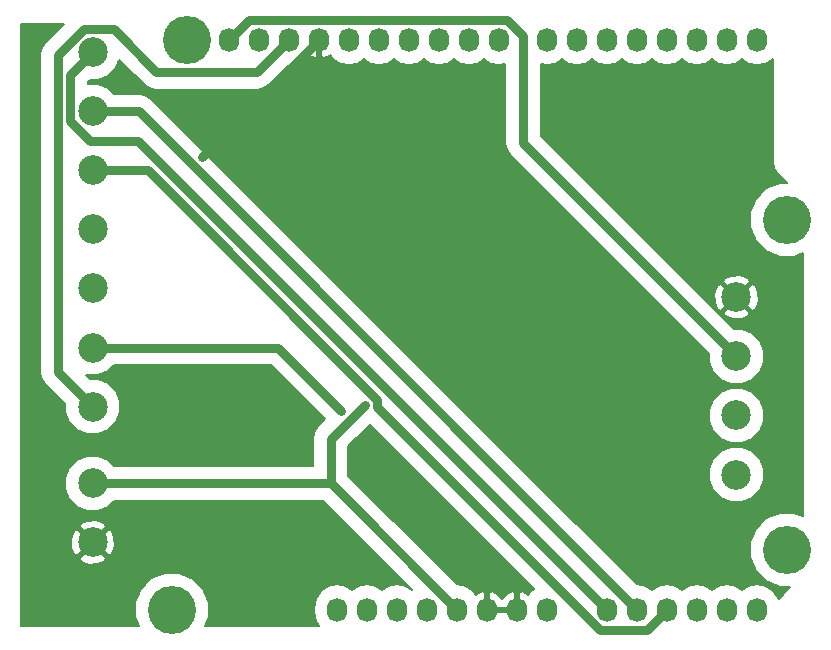
<source format=gbr>
G04 #@! TF.FileFunction,Copper,L2,Bot,Signal*
%FSLAX46Y46*%
G04 Gerber Fmt 4.6, Leading zero omitted, Abs format (unit mm)*
G04 Created by KiCad (PCBNEW 4.0.4-stable) date 04/08/17 18:27:17*
%MOMM*%
%LPD*%
G01*
G04 APERTURE LIST*
%ADD10C,0.100000*%
%ADD11O,1.727200X2.032000*%
%ADD12C,4.064000*%
%ADD13C,2.500000*%
%ADD14C,0.600000*%
%ADD15C,0.800000*%
%ADD16C,0.200000*%
G04 APERTURE END LIST*
D10*
D11*
X138938000Y-123825000D03*
X141478000Y-123825000D03*
X144018000Y-123825000D03*
X146558000Y-123825000D03*
X149098000Y-123825000D03*
X151638000Y-123825000D03*
X154178000Y-123825000D03*
X156718000Y-123825000D03*
X161798000Y-123825000D03*
X164338000Y-123825000D03*
X166878000Y-123825000D03*
X169418000Y-123825000D03*
X171958000Y-123825000D03*
X174498000Y-123825000D03*
X129794000Y-75565000D03*
X132334000Y-75565000D03*
X134874000Y-75565000D03*
X137414000Y-75565000D03*
X139954000Y-75565000D03*
X142494000Y-75565000D03*
X145034000Y-75565000D03*
X147574000Y-75565000D03*
X150114000Y-75565000D03*
X152654000Y-75565000D03*
X156718000Y-75565000D03*
X159258000Y-75565000D03*
X161798000Y-75565000D03*
X164338000Y-75565000D03*
X166878000Y-75565000D03*
X169418000Y-75565000D03*
X171958000Y-75565000D03*
X174498000Y-75565000D03*
D12*
X124968000Y-123825000D03*
X177038000Y-118745000D03*
X126238000Y-75565000D03*
X177038000Y-90805000D03*
D13*
X172748000Y-97365000D03*
X172748000Y-102365000D03*
X172748000Y-112365000D03*
X172748000Y-107365000D03*
X118248000Y-106615000D03*
X118248000Y-101615000D03*
X118248000Y-96615000D03*
X118248000Y-91615000D03*
X118248000Y-86615000D03*
X118248000Y-76615000D03*
X118248000Y-81615000D03*
X118248000Y-113115000D03*
X118248000Y-118115000D03*
D14*
X141266200Y-106461200D03*
X127488700Y-85490300D03*
X139282500Y-106959500D03*
D15*
X138388000Y-109339400D02*
X138388000Y-113115000D01*
X141266200Y-106461200D02*
X138388000Y-109339400D01*
X118248000Y-113115000D02*
X138388000Y-113115000D01*
X138388000Y-113115000D02*
X149098000Y-123825000D01*
X137414000Y-75565000D02*
X127488700Y-85490300D01*
X116343200Y-78519800D02*
X118248000Y-76615000D01*
X116343200Y-82419900D02*
X116343200Y-78519800D01*
X118038300Y-84115000D02*
X116343200Y-82419900D01*
X122088000Y-84115000D02*
X118038300Y-84115000D01*
X161798000Y-123825000D02*
X122088000Y-84115000D01*
X122128000Y-81615000D02*
X164338000Y-123825000D01*
X118248000Y-81615000D02*
X122128000Y-81615000D01*
X122905400Y-86615000D02*
X118248000Y-86615000D01*
X142316500Y-106026100D02*
X122905400Y-86615000D01*
X142316500Y-106636900D02*
X142316500Y-106026100D01*
X161191800Y-125512200D02*
X142316500Y-106636900D01*
X165190800Y-125512200D02*
X161191800Y-125512200D01*
X166878000Y-123825000D02*
X165190800Y-125512200D01*
X133938000Y-101615000D02*
X139282500Y-106959500D01*
X118248000Y-101615000D02*
X133938000Y-101615000D01*
X131481200Y-73877800D02*
X129794000Y-75565000D01*
X153283400Y-73877800D02*
X131481200Y-73877800D01*
X154686000Y-75280400D02*
X153283400Y-73877800D01*
X154686000Y-84303000D02*
X154686000Y-75280400D01*
X172748000Y-102365000D02*
X154686000Y-84303000D01*
X132156400Y-78282600D02*
X134874000Y-75565000D01*
X123615300Y-78282600D02*
X132156400Y-78282600D01*
X120018200Y-74685500D02*
X123615300Y-78282600D01*
X117484800Y-74685500D02*
X120018200Y-74685500D01*
X115292800Y-76877500D02*
X117484800Y-74685500D01*
X115292800Y-103659800D02*
X115292800Y-76877500D01*
X118248000Y-106615000D02*
X115292800Y-103659800D01*
D16*
G36*
X114232140Y-75816840D02*
X113906981Y-76303475D01*
X113792800Y-76877500D01*
X113792800Y-103659800D01*
X113906981Y-104233825D01*
X114232140Y-104720460D01*
X115898199Y-106386519D01*
X115897593Y-107080393D01*
X116254605Y-107944429D01*
X116915094Y-108606071D01*
X117778505Y-108964591D01*
X118713393Y-108965407D01*
X119577429Y-108608395D01*
X120239071Y-107947906D01*
X120597591Y-107084495D01*
X120598407Y-106149607D01*
X120241395Y-105285571D01*
X119580906Y-104623929D01*
X118717495Y-104265409D01*
X118019119Y-104264799D01*
X117676594Y-103922274D01*
X117778505Y-103964591D01*
X118713393Y-103965407D01*
X119577429Y-103608395D01*
X120071685Y-103115000D01*
X133316680Y-103115000D01*
X137903880Y-107702200D01*
X137327340Y-108278740D01*
X137002181Y-108765375D01*
X136888000Y-109339400D01*
X136888000Y-111615000D01*
X120071121Y-111615000D01*
X119580906Y-111123929D01*
X118717495Y-110765409D01*
X117782607Y-110764593D01*
X116918571Y-111121605D01*
X116256929Y-111782094D01*
X115898409Y-112645505D01*
X115897593Y-113580393D01*
X116254605Y-114444429D01*
X116915094Y-115106071D01*
X117778505Y-115464591D01*
X118713393Y-115465407D01*
X119577429Y-115108395D01*
X120071685Y-114615000D01*
X137766680Y-114615000D01*
X145304298Y-122152618D01*
X145288000Y-122163508D01*
X144769437Y-121817015D01*
X144018000Y-121667545D01*
X143266563Y-121817015D01*
X142748000Y-122163508D01*
X142229437Y-121817015D01*
X141478000Y-121667545D01*
X140726563Y-121817015D01*
X140208000Y-122163508D01*
X139689437Y-121817015D01*
X138938000Y-121667545D01*
X138186563Y-121817015D01*
X137549525Y-122242670D01*
X137123870Y-122879708D01*
X136974400Y-123631145D01*
X136974400Y-124018855D01*
X137123870Y-124770292D01*
X137404310Y-125190000D01*
X127792483Y-125190000D01*
X128099456Y-124450727D01*
X128100543Y-123204740D01*
X127624729Y-122053182D01*
X126744452Y-121171367D01*
X125593727Y-120693544D01*
X124347740Y-120692457D01*
X123196182Y-121168271D01*
X122314367Y-122048548D01*
X121836544Y-123199273D01*
X121835457Y-124445260D01*
X122143177Y-125190000D01*
X112173000Y-125190000D01*
X112173000Y-119451136D01*
X117129653Y-119451136D01*
X117262774Y-119733048D01*
X117956970Y-119986911D01*
X118695473Y-119955793D01*
X119233226Y-119733048D01*
X119366347Y-119451136D01*
X118248000Y-118332789D01*
X117129653Y-119451136D01*
X112173000Y-119451136D01*
X112173000Y-117823970D01*
X116376089Y-117823970D01*
X116407207Y-118562473D01*
X116629952Y-119100226D01*
X116911864Y-119233347D01*
X118030211Y-118115000D01*
X118465789Y-118115000D01*
X119584136Y-119233347D01*
X119866048Y-119100226D01*
X120119911Y-118406030D01*
X120088793Y-117667527D01*
X119866048Y-117129774D01*
X119584136Y-116996653D01*
X118465789Y-118115000D01*
X118030211Y-118115000D01*
X116911864Y-116996653D01*
X116629952Y-117129774D01*
X116376089Y-117823970D01*
X112173000Y-117823970D01*
X112173000Y-116778864D01*
X117129653Y-116778864D01*
X118248000Y-117897211D01*
X119366347Y-116778864D01*
X119233226Y-116496952D01*
X118539030Y-116243089D01*
X117800527Y-116274207D01*
X117262774Y-116496952D01*
X117129653Y-116778864D01*
X112173000Y-116778864D01*
X112173000Y-74200000D01*
X115848980Y-74200000D01*
X114232140Y-75816840D01*
X114232140Y-75816840D01*
G37*
X114232140Y-75816840D02*
X113906981Y-76303475D01*
X113792800Y-76877500D01*
X113792800Y-103659800D01*
X113906981Y-104233825D01*
X114232140Y-104720460D01*
X115898199Y-106386519D01*
X115897593Y-107080393D01*
X116254605Y-107944429D01*
X116915094Y-108606071D01*
X117778505Y-108964591D01*
X118713393Y-108965407D01*
X119577429Y-108608395D01*
X120239071Y-107947906D01*
X120597591Y-107084495D01*
X120598407Y-106149607D01*
X120241395Y-105285571D01*
X119580906Y-104623929D01*
X118717495Y-104265409D01*
X118019119Y-104264799D01*
X117676594Y-103922274D01*
X117778505Y-103964591D01*
X118713393Y-103965407D01*
X119577429Y-103608395D01*
X120071685Y-103115000D01*
X133316680Y-103115000D01*
X137903880Y-107702200D01*
X137327340Y-108278740D01*
X137002181Y-108765375D01*
X136888000Y-109339400D01*
X136888000Y-111615000D01*
X120071121Y-111615000D01*
X119580906Y-111123929D01*
X118717495Y-110765409D01*
X117782607Y-110764593D01*
X116918571Y-111121605D01*
X116256929Y-111782094D01*
X115898409Y-112645505D01*
X115897593Y-113580393D01*
X116254605Y-114444429D01*
X116915094Y-115106071D01*
X117778505Y-115464591D01*
X118713393Y-115465407D01*
X119577429Y-115108395D01*
X120071685Y-114615000D01*
X137766680Y-114615000D01*
X145304298Y-122152618D01*
X145288000Y-122163508D01*
X144769437Y-121817015D01*
X144018000Y-121667545D01*
X143266563Y-121817015D01*
X142748000Y-122163508D01*
X142229437Y-121817015D01*
X141478000Y-121667545D01*
X140726563Y-121817015D01*
X140208000Y-122163508D01*
X139689437Y-121817015D01*
X138938000Y-121667545D01*
X138186563Y-121817015D01*
X137549525Y-122242670D01*
X137123870Y-122879708D01*
X136974400Y-123631145D01*
X136974400Y-124018855D01*
X137123870Y-124770292D01*
X137404310Y-125190000D01*
X127792483Y-125190000D01*
X128099456Y-124450727D01*
X128100543Y-123204740D01*
X127624729Y-122053182D01*
X126744452Y-121171367D01*
X125593727Y-120693544D01*
X124347740Y-120692457D01*
X123196182Y-121168271D01*
X122314367Y-122048548D01*
X121836544Y-123199273D01*
X121835457Y-124445260D01*
X122143177Y-125190000D01*
X112173000Y-125190000D01*
X112173000Y-119451136D01*
X117129653Y-119451136D01*
X117262774Y-119733048D01*
X117956970Y-119986911D01*
X118695473Y-119955793D01*
X119233226Y-119733048D01*
X119366347Y-119451136D01*
X118248000Y-118332789D01*
X117129653Y-119451136D01*
X112173000Y-119451136D01*
X112173000Y-117823970D01*
X116376089Y-117823970D01*
X116407207Y-118562473D01*
X116629952Y-119100226D01*
X116911864Y-119233347D01*
X118030211Y-118115000D01*
X118465789Y-118115000D01*
X119584136Y-119233347D01*
X119866048Y-119100226D01*
X120119911Y-118406030D01*
X120088793Y-117667527D01*
X119866048Y-117129774D01*
X119584136Y-116996653D01*
X118465789Y-118115000D01*
X118030211Y-118115000D01*
X116911864Y-116996653D01*
X116629952Y-117129774D01*
X116376089Y-117823970D01*
X112173000Y-117823970D01*
X112173000Y-116778864D01*
X117129653Y-116778864D01*
X118248000Y-117897211D01*
X119366347Y-116778864D01*
X119233226Y-116496952D01*
X118539030Y-116243089D01*
X117800527Y-116274207D01*
X117262774Y-116496952D01*
X117129653Y-116778864D01*
X112173000Y-116778864D01*
X112173000Y-74200000D01*
X115848980Y-74200000D01*
X114232140Y-75816840D01*
G36*
X155612124Y-122053844D02*
X155329525Y-122242670D01*
X155116306Y-122561774D01*
X155041641Y-122481178D01*
X154559049Y-122251189D01*
X154332000Y-122362017D01*
X154332000Y-123671000D01*
X154352000Y-123671000D01*
X154352000Y-123979000D01*
X154332000Y-123979000D01*
X154332000Y-123999000D01*
X154024000Y-123999000D01*
X154024000Y-123979000D01*
X151792000Y-123979000D01*
X151792000Y-123999000D01*
X151484000Y-123999000D01*
X151484000Y-123979000D01*
X151464000Y-123979000D01*
X151464000Y-123671000D01*
X151484000Y-123671000D01*
X151484000Y-122362017D01*
X151792000Y-122362017D01*
X151792000Y-123671000D01*
X154024000Y-123671000D01*
X154024000Y-122362017D01*
X153796951Y-122251189D01*
X153314359Y-122481178D01*
X152924162Y-122902371D01*
X152908000Y-122946034D01*
X152891838Y-122902371D01*
X152501641Y-122481178D01*
X152019049Y-122251189D01*
X151792000Y-122362017D01*
X151484000Y-122362017D01*
X151256951Y-122251189D01*
X150774359Y-122481178D01*
X150699694Y-122561774D01*
X150486475Y-122242670D01*
X149849437Y-121817015D01*
X149098000Y-121667545D01*
X149067860Y-121673540D01*
X139888000Y-112493680D01*
X139888000Y-109960720D01*
X141703500Y-108145220D01*
X155612124Y-122053844D01*
X155612124Y-122053844D01*
G37*
X155612124Y-122053844D02*
X155329525Y-122242670D01*
X155116306Y-122561774D01*
X155041641Y-122481178D01*
X154559049Y-122251189D01*
X154332000Y-122362017D01*
X154332000Y-123671000D01*
X154352000Y-123671000D01*
X154352000Y-123979000D01*
X154332000Y-123979000D01*
X154332000Y-123999000D01*
X154024000Y-123999000D01*
X154024000Y-123979000D01*
X151792000Y-123979000D01*
X151792000Y-123999000D01*
X151484000Y-123999000D01*
X151484000Y-123979000D01*
X151464000Y-123979000D01*
X151464000Y-123671000D01*
X151484000Y-123671000D01*
X151484000Y-122362017D01*
X151792000Y-122362017D01*
X151792000Y-123671000D01*
X154024000Y-123671000D01*
X154024000Y-122362017D01*
X153796951Y-122251189D01*
X153314359Y-122481178D01*
X152924162Y-122902371D01*
X152908000Y-122946034D01*
X152891838Y-122902371D01*
X152501641Y-122481178D01*
X152019049Y-122251189D01*
X151792000Y-122362017D01*
X151484000Y-122362017D01*
X151256951Y-122251189D01*
X150774359Y-122481178D01*
X150699694Y-122561774D01*
X150486475Y-122242670D01*
X149849437Y-121817015D01*
X149098000Y-121667545D01*
X149067860Y-121673540D01*
X139888000Y-112493680D01*
X139888000Y-109960720D01*
X141703500Y-108145220D01*
X155612124Y-122053844D01*
G36*
X137568000Y-75411000D02*
X137588000Y-75411000D01*
X137588000Y-75719000D01*
X137568000Y-75719000D01*
X137568000Y-77027983D01*
X137795049Y-77138811D01*
X138277641Y-76908822D01*
X138352306Y-76828226D01*
X138565525Y-77147330D01*
X139202563Y-77572985D01*
X139954000Y-77722455D01*
X140705437Y-77572985D01*
X141224000Y-77226492D01*
X141742563Y-77572985D01*
X142494000Y-77722455D01*
X143245437Y-77572985D01*
X143764000Y-77226492D01*
X144282563Y-77572985D01*
X145034000Y-77722455D01*
X145785437Y-77572985D01*
X146304000Y-77226492D01*
X146822563Y-77572985D01*
X147574000Y-77722455D01*
X148325437Y-77572985D01*
X148844000Y-77226492D01*
X149362563Y-77572985D01*
X150114000Y-77722455D01*
X150865437Y-77572985D01*
X151384000Y-77226492D01*
X151902563Y-77572985D01*
X152654000Y-77722455D01*
X153186000Y-77616634D01*
X153186000Y-84303000D01*
X153300181Y-84877025D01*
X153625340Y-85363660D01*
X170398199Y-102136519D01*
X170397593Y-102830393D01*
X170754605Y-103694429D01*
X171415094Y-104356071D01*
X172278505Y-104714591D01*
X173213393Y-104715407D01*
X174077429Y-104358395D01*
X174739071Y-103697906D01*
X175097591Y-102834495D01*
X175098407Y-101899607D01*
X174741395Y-101035571D01*
X174080906Y-100373929D01*
X173217495Y-100015409D01*
X172519119Y-100014799D01*
X171205456Y-98701136D01*
X171629653Y-98701136D01*
X171762774Y-98983048D01*
X172456970Y-99236911D01*
X173195473Y-99205793D01*
X173733226Y-98983048D01*
X173866347Y-98701136D01*
X172748000Y-97582789D01*
X171629653Y-98701136D01*
X171205456Y-98701136D01*
X169578290Y-97073970D01*
X170876089Y-97073970D01*
X170907207Y-97812473D01*
X171129952Y-98350226D01*
X171411864Y-98483347D01*
X172530211Y-97365000D01*
X172965789Y-97365000D01*
X174084136Y-98483347D01*
X174366048Y-98350226D01*
X174619911Y-97656030D01*
X174588793Y-96917527D01*
X174366048Y-96379774D01*
X174084136Y-96246653D01*
X172965789Y-97365000D01*
X172530211Y-97365000D01*
X171411864Y-96246653D01*
X171129952Y-96379774D01*
X170876089Y-97073970D01*
X169578290Y-97073970D01*
X168533184Y-96028864D01*
X171629653Y-96028864D01*
X172748000Y-97147211D01*
X173866347Y-96028864D01*
X173733226Y-95746952D01*
X173039030Y-95493089D01*
X172300527Y-95524207D01*
X171762774Y-95746952D01*
X171629653Y-96028864D01*
X168533184Y-96028864D01*
X156186000Y-83681680D01*
X156186000Y-77616634D01*
X156718000Y-77722455D01*
X157469437Y-77572985D01*
X157988000Y-77226492D01*
X158506563Y-77572985D01*
X159258000Y-77722455D01*
X160009437Y-77572985D01*
X160528000Y-77226492D01*
X161046563Y-77572985D01*
X161798000Y-77722455D01*
X162549437Y-77572985D01*
X163068000Y-77226492D01*
X163586563Y-77572985D01*
X164338000Y-77722455D01*
X165089437Y-77572985D01*
X165608000Y-77226492D01*
X166126563Y-77572985D01*
X166878000Y-77722455D01*
X167629437Y-77572985D01*
X168148000Y-77226492D01*
X168666563Y-77572985D01*
X169418000Y-77722455D01*
X170169437Y-77572985D01*
X170688000Y-77226492D01*
X171206563Y-77572985D01*
X171958000Y-77722455D01*
X172709437Y-77572985D01*
X173228000Y-77226492D01*
X173746563Y-77572985D01*
X174498000Y-77722455D01*
X175249437Y-77572985D01*
X175863000Y-77163015D01*
X175863000Y-85979000D01*
X175952442Y-86428653D01*
X176207150Y-86809850D01*
X177070326Y-87673026D01*
X176417740Y-87672457D01*
X175266182Y-88148271D01*
X174384367Y-89028548D01*
X173906544Y-90179273D01*
X173905457Y-91425260D01*
X174381271Y-92576818D01*
X175261548Y-93458633D01*
X176412273Y-93936456D01*
X177658260Y-93937543D01*
X178403000Y-93629823D01*
X178403000Y-115920517D01*
X177663727Y-115613544D01*
X176417740Y-115612457D01*
X175266182Y-116088271D01*
X174384367Y-116968548D01*
X173906544Y-118119273D01*
X173905457Y-119365260D01*
X174381271Y-120516818D01*
X175261548Y-121398633D01*
X176412273Y-121876456D01*
X177324048Y-121877251D01*
X176313700Y-122887600D01*
X176312130Y-122879708D01*
X175886475Y-122242670D01*
X175249437Y-121817015D01*
X174498000Y-121667545D01*
X173746563Y-121817015D01*
X173228000Y-122163508D01*
X172709437Y-121817015D01*
X171958000Y-121667545D01*
X171206563Y-121817015D01*
X170688000Y-122163508D01*
X170169437Y-121817015D01*
X169418000Y-121667545D01*
X168666563Y-121817015D01*
X168148000Y-122163508D01*
X167629437Y-121817015D01*
X166878000Y-121667545D01*
X166126563Y-121817015D01*
X165608000Y-122163508D01*
X165089437Y-121817015D01*
X164338000Y-121667545D01*
X164307861Y-121673540D01*
X155464714Y-112830393D01*
X170397593Y-112830393D01*
X170754605Y-113694429D01*
X171415094Y-114356071D01*
X172278505Y-114714591D01*
X173213393Y-114715407D01*
X174077429Y-114358395D01*
X174739071Y-113697906D01*
X175097591Y-112834495D01*
X175098407Y-111899607D01*
X174741395Y-111035571D01*
X174080906Y-110373929D01*
X173217495Y-110015409D01*
X172282607Y-110014593D01*
X171418571Y-110371605D01*
X170756929Y-111032094D01*
X170398409Y-111895505D01*
X170397593Y-112830393D01*
X155464714Y-112830393D01*
X150464714Y-107830393D01*
X170397593Y-107830393D01*
X170754605Y-108694429D01*
X171415094Y-109356071D01*
X172278505Y-109714591D01*
X173213393Y-109715407D01*
X174077429Y-109358395D01*
X174739071Y-108697906D01*
X175097591Y-107834495D01*
X175098407Y-106899607D01*
X174741395Y-106035571D01*
X174080906Y-105373929D01*
X173217495Y-105015409D01*
X172282607Y-105014593D01*
X171418571Y-105371605D01*
X170756929Y-106032094D01*
X170398409Y-106895505D01*
X170397593Y-107830393D01*
X150464714Y-107830393D01*
X123188660Y-80554340D01*
X122702025Y-80229181D01*
X122128000Y-80115000D01*
X120071121Y-80115000D01*
X119580906Y-79623929D01*
X118717495Y-79265409D01*
X117843200Y-79264646D01*
X117843200Y-79141120D01*
X118019519Y-78964801D01*
X118713393Y-78965407D01*
X119577429Y-78608395D01*
X120239071Y-77947906D01*
X120509066Y-77297686D01*
X122554640Y-79343260D01*
X123041275Y-79668419D01*
X123615300Y-79782600D01*
X132156400Y-79782600D01*
X132730425Y-79668419D01*
X133217060Y-79343260D01*
X134843860Y-77716460D01*
X134874000Y-77722455D01*
X135625437Y-77572985D01*
X136262475Y-77147330D01*
X136475694Y-76828226D01*
X136550359Y-76908822D01*
X137032951Y-77138811D01*
X137260000Y-77027983D01*
X137260000Y-75719000D01*
X137240000Y-75719000D01*
X137240000Y-75411000D01*
X137260000Y-75411000D01*
X137260000Y-75391000D01*
X137568000Y-75391000D01*
X137568000Y-75411000D01*
X137568000Y-75411000D01*
G37*
X137568000Y-75411000D02*
X137588000Y-75411000D01*
X137588000Y-75719000D01*
X137568000Y-75719000D01*
X137568000Y-77027983D01*
X137795049Y-77138811D01*
X138277641Y-76908822D01*
X138352306Y-76828226D01*
X138565525Y-77147330D01*
X139202563Y-77572985D01*
X139954000Y-77722455D01*
X140705437Y-77572985D01*
X141224000Y-77226492D01*
X141742563Y-77572985D01*
X142494000Y-77722455D01*
X143245437Y-77572985D01*
X143764000Y-77226492D01*
X144282563Y-77572985D01*
X145034000Y-77722455D01*
X145785437Y-77572985D01*
X146304000Y-77226492D01*
X146822563Y-77572985D01*
X147574000Y-77722455D01*
X148325437Y-77572985D01*
X148844000Y-77226492D01*
X149362563Y-77572985D01*
X150114000Y-77722455D01*
X150865437Y-77572985D01*
X151384000Y-77226492D01*
X151902563Y-77572985D01*
X152654000Y-77722455D01*
X153186000Y-77616634D01*
X153186000Y-84303000D01*
X153300181Y-84877025D01*
X153625340Y-85363660D01*
X170398199Y-102136519D01*
X170397593Y-102830393D01*
X170754605Y-103694429D01*
X171415094Y-104356071D01*
X172278505Y-104714591D01*
X173213393Y-104715407D01*
X174077429Y-104358395D01*
X174739071Y-103697906D01*
X175097591Y-102834495D01*
X175098407Y-101899607D01*
X174741395Y-101035571D01*
X174080906Y-100373929D01*
X173217495Y-100015409D01*
X172519119Y-100014799D01*
X171205456Y-98701136D01*
X171629653Y-98701136D01*
X171762774Y-98983048D01*
X172456970Y-99236911D01*
X173195473Y-99205793D01*
X173733226Y-98983048D01*
X173866347Y-98701136D01*
X172748000Y-97582789D01*
X171629653Y-98701136D01*
X171205456Y-98701136D01*
X169578290Y-97073970D01*
X170876089Y-97073970D01*
X170907207Y-97812473D01*
X171129952Y-98350226D01*
X171411864Y-98483347D01*
X172530211Y-97365000D01*
X172965789Y-97365000D01*
X174084136Y-98483347D01*
X174366048Y-98350226D01*
X174619911Y-97656030D01*
X174588793Y-96917527D01*
X174366048Y-96379774D01*
X174084136Y-96246653D01*
X172965789Y-97365000D01*
X172530211Y-97365000D01*
X171411864Y-96246653D01*
X171129952Y-96379774D01*
X170876089Y-97073970D01*
X169578290Y-97073970D01*
X168533184Y-96028864D01*
X171629653Y-96028864D01*
X172748000Y-97147211D01*
X173866347Y-96028864D01*
X173733226Y-95746952D01*
X173039030Y-95493089D01*
X172300527Y-95524207D01*
X171762774Y-95746952D01*
X171629653Y-96028864D01*
X168533184Y-96028864D01*
X156186000Y-83681680D01*
X156186000Y-77616634D01*
X156718000Y-77722455D01*
X157469437Y-77572985D01*
X157988000Y-77226492D01*
X158506563Y-77572985D01*
X159258000Y-77722455D01*
X160009437Y-77572985D01*
X160528000Y-77226492D01*
X161046563Y-77572985D01*
X161798000Y-77722455D01*
X162549437Y-77572985D01*
X163068000Y-77226492D01*
X163586563Y-77572985D01*
X164338000Y-77722455D01*
X165089437Y-77572985D01*
X165608000Y-77226492D01*
X166126563Y-77572985D01*
X166878000Y-77722455D01*
X167629437Y-77572985D01*
X168148000Y-77226492D01*
X168666563Y-77572985D01*
X169418000Y-77722455D01*
X170169437Y-77572985D01*
X170688000Y-77226492D01*
X171206563Y-77572985D01*
X171958000Y-77722455D01*
X172709437Y-77572985D01*
X173228000Y-77226492D01*
X173746563Y-77572985D01*
X174498000Y-77722455D01*
X175249437Y-77572985D01*
X175863000Y-77163015D01*
X175863000Y-85979000D01*
X175952442Y-86428653D01*
X176207150Y-86809850D01*
X177070326Y-87673026D01*
X176417740Y-87672457D01*
X175266182Y-88148271D01*
X174384367Y-89028548D01*
X173906544Y-90179273D01*
X173905457Y-91425260D01*
X174381271Y-92576818D01*
X175261548Y-93458633D01*
X176412273Y-93936456D01*
X177658260Y-93937543D01*
X178403000Y-93629823D01*
X178403000Y-115920517D01*
X177663727Y-115613544D01*
X176417740Y-115612457D01*
X175266182Y-116088271D01*
X174384367Y-116968548D01*
X173906544Y-118119273D01*
X173905457Y-119365260D01*
X174381271Y-120516818D01*
X175261548Y-121398633D01*
X176412273Y-121876456D01*
X177324048Y-121877251D01*
X176313700Y-122887600D01*
X176312130Y-122879708D01*
X175886475Y-122242670D01*
X175249437Y-121817015D01*
X174498000Y-121667545D01*
X173746563Y-121817015D01*
X173228000Y-122163508D01*
X172709437Y-121817015D01*
X171958000Y-121667545D01*
X171206563Y-121817015D01*
X170688000Y-122163508D01*
X170169437Y-121817015D01*
X169418000Y-121667545D01*
X168666563Y-121817015D01*
X168148000Y-122163508D01*
X167629437Y-121817015D01*
X166878000Y-121667545D01*
X166126563Y-121817015D01*
X165608000Y-122163508D01*
X165089437Y-121817015D01*
X164338000Y-121667545D01*
X164307861Y-121673540D01*
X155464714Y-112830393D01*
X170397593Y-112830393D01*
X170754605Y-113694429D01*
X171415094Y-114356071D01*
X172278505Y-114714591D01*
X173213393Y-114715407D01*
X174077429Y-114358395D01*
X174739071Y-113697906D01*
X175097591Y-112834495D01*
X175098407Y-111899607D01*
X174741395Y-111035571D01*
X174080906Y-110373929D01*
X173217495Y-110015409D01*
X172282607Y-110014593D01*
X171418571Y-110371605D01*
X170756929Y-111032094D01*
X170398409Y-111895505D01*
X170397593Y-112830393D01*
X155464714Y-112830393D01*
X150464714Y-107830393D01*
X170397593Y-107830393D01*
X170754605Y-108694429D01*
X171415094Y-109356071D01*
X172278505Y-109714591D01*
X173213393Y-109715407D01*
X174077429Y-109358395D01*
X174739071Y-108697906D01*
X175097591Y-107834495D01*
X175098407Y-106899607D01*
X174741395Y-106035571D01*
X174080906Y-105373929D01*
X173217495Y-105015409D01*
X172282607Y-105014593D01*
X171418571Y-105371605D01*
X170756929Y-106032094D01*
X170398409Y-106895505D01*
X170397593Y-107830393D01*
X150464714Y-107830393D01*
X123188660Y-80554340D01*
X122702025Y-80229181D01*
X122128000Y-80115000D01*
X120071121Y-80115000D01*
X119580906Y-79623929D01*
X118717495Y-79265409D01*
X117843200Y-79264646D01*
X117843200Y-79141120D01*
X118019519Y-78964801D01*
X118713393Y-78965407D01*
X119577429Y-78608395D01*
X120239071Y-77947906D01*
X120509066Y-77297686D01*
X122554640Y-79343260D01*
X123041275Y-79668419D01*
X123615300Y-79782600D01*
X132156400Y-79782600D01*
X132730425Y-79668419D01*
X133217060Y-79343260D01*
X134843860Y-77716460D01*
X134874000Y-77722455D01*
X135625437Y-77572985D01*
X136262475Y-77147330D01*
X136475694Y-76828226D01*
X136550359Y-76908822D01*
X137032951Y-77138811D01*
X137260000Y-77027983D01*
X137260000Y-75719000D01*
X137240000Y-75719000D01*
X137240000Y-75411000D01*
X137260000Y-75411000D01*
X137260000Y-75391000D01*
X137568000Y-75391000D01*
X137568000Y-75411000D01*
M02*

</source>
